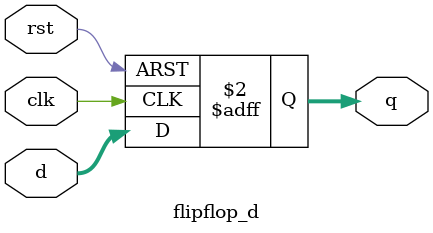
<source format=v>
module flipflop_d #(parameter n=4) (
    input wire clk,
    input wire rst,
    input wire [n-1:0] d,
    output reg [n-1:0] q
);
    always @(posedge clk or posedge rst) begin
        if (rst)
            q <= 'b0;
        else
            q <= d;
    end
endmodule
</source>
